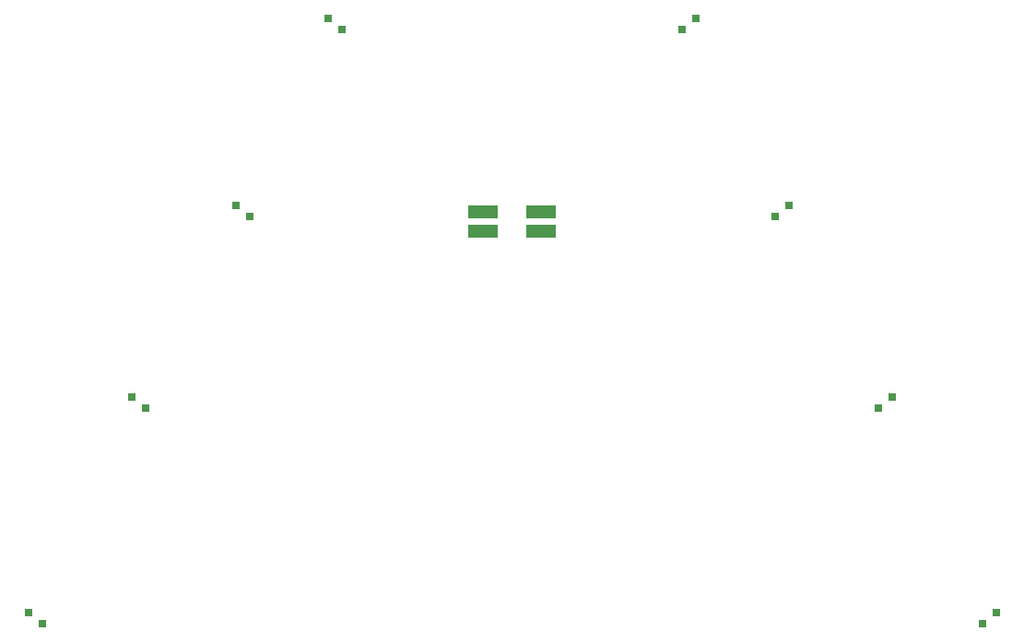
<source format=gbr>
%TF.GenerationSoftware,Altium Limited,Altium Designer,21.2.1 (34)*%
G04 Layer_Color=16711935*
%FSLAX25Y25*%
%MOIN*%
%TF.SameCoordinates,D4E26BF7-8A77-4173-AB59-83025396DDF1*%
%TF.FilePolarity,Negative*%
%TF.FileFunction,Soldermask,Bot*%
%TF.Part,Single*%
G01*
G75*
%TA.AperFunction,SMDPad,CuDef*%
%ADD14R,0.10642X0.04737*%
%ADD15R,0.02769X0.02769*%
D14*
X193500Y234000D02*
D03*
Y241000D02*
D03*
X172500D02*
D03*
Y234000D02*
D03*
D15*
X50500Y170000D02*
D03*
X45500Y174000D02*
D03*
X13000Y92000D02*
D03*
X8000Y96000D02*
D03*
X121500Y307000D02*
D03*
X116500Y311000D02*
D03*
X88000Y239500D02*
D03*
X83000Y243500D02*
D03*
X278000Y239500D02*
D03*
X283000Y243500D02*
D03*
X244500Y307000D02*
D03*
X249500Y311000D02*
D03*
X353000Y92000D02*
D03*
X358000Y96000D02*
D03*
X315500Y170000D02*
D03*
X320500Y174000D02*
D03*
%TF.MD5,030c0cf7af6219dba396c9e8f48fc5d4*%
M02*

</source>
